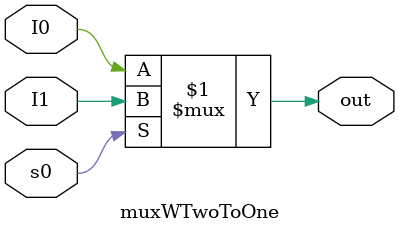
<source format=v>
/*
Implement a W-bit 2 to 1 and a W-bit 4 to 1 multiplexers, where W is a parameter specifying the
data width of the input.
*/
module muxWTwoToOne #(parameter W=1)(s0,I1,I0,out);

input [W-1:0] I1;
input [W-1:0] I0;
input s0;
output [W-1:0] out;

assign out=s0 ? I1 : I0;

endmodule



</source>
